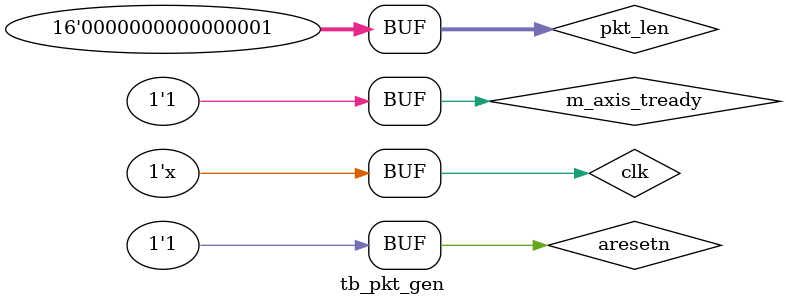
<source format=v>
`timescale 1ns / 1ps

module tb_pkt_gen #(
        parameter C_S_AXIS_DATA_WIDTH = 256,
        parameter C_S_AXIS_TUSER_WIDTH = 128
    )();

    localparam CYCLE = 4;

    reg								clk;
    reg								aresetn;
    reg								start;
    reg [15:0]						pkt_len;

    reg [C_S_AXIS_DATA_WIDTH-1:0]		s_axis_tdata;
    reg [((C_S_AXIS_DATA_WIDTH/8))-1:0]	s_axis_tkeep;
    reg [C_S_AXIS_TUSER_WIDTH-1:0]		s_axis_tuser;
    reg									s_axis_tvalid;
    wire								s_axis_tready;
    reg									s_axis_tlast;

    wire [C_S_AXIS_DATA_WIDTH-1:0]		    m_axis_tdata;
    wire [((C_S_AXIS_DATA_WIDTH/8))-1:0]    m_axis_tkeep;
    wire [C_S_AXIS_TUSER_WIDTH-1:0]		    m_axis_tuser;
    wire								    m_axis_tvalid;
    reg										m_axis_tready;
    wire									m_axis_tlast;


    always begin
        #(CYCLE/2) clk = ~clk;
    end

    initial begin
        clk = 0;
        aresetn = 1;
        start = 0;
        pkt_len = 1;
        m_axis_tready = 1;

        #100;
        aresetn = 0; // reset all the values
        #100;
        aresetn = 1;
        start = 1;
    end

    rmt_wrapper #(
                    .C_S_AXI_DATA_WIDTH(),
                    .C_S_AXI_ADDR_WIDTH(),
                    .C_BASEADDR(),
                    .C_S_AXIS_DATA_WIDTH(C_S_AXIS_DATA_WIDTH),
                    .C_S_AXIS_TUSER_WIDTH(),
                    .C_M_AXIS_DATA_WIDTH(C_S_AXIS_DATA_WIDTH),
                    .PHV_ADDR_WIDTH()
                )rmt_wrapper_ins
                (
                    .clk(clk),		// axis clk
                    .aresetn(aresetn),

                    // input Slave AXI Stream
                    .s_axis_tdata(s_axis_tdata),
                    .s_axis_tkeep(s_axis_tkeep),
                    .s_axis_tuser(s_axis_tuser),
                    .s_axis_tvalid(s_axis_tvalid),
                    .s_axis_tready(s_axis_tready),
                    .s_axis_tlast(s_axis_tlast),

                    // output Master AXI Stream
                    .m_axis_tdata(m_axis_tdata),
                    .m_axis_tkeep(m_axis_tkeep),
                    .m_axis_tuser(m_axis_tuser),
                    .m_axis_tvalid(m_axis_tvalid),
                    .m_axis_tready(1'b1),
                    .m_axis_tlast(m_axis_tlast)

                );


    reg [63:0] counter;
    reg [63:0] c_counter, c_counter_next;
    reg [63:0] cycle_counter;
    reg [63:0] byte_counter;
    reg [63:0] snd_counter, snd_counter_next;
    reg [63:0] rcv_counter;

    localparam	PKT_0=0,
               PKT_1=1;

    reg [C_S_AXIS_DATA_WIDTH-1:0]		tdata;
    reg [((C_S_AXIS_DATA_WIDTH/8))-1:0]	tkeep;
    reg [C_S_AXIS_TUSER_WIDTH-1:0]		tuser;
    reg									tvalid;
    reg									tlast;

    reg [2:0] state, state_next;


    always @(*) begin
        state_next = state;
        c_counter_next = c_counter;

        tdata = 0;
        tkeep = 0;
        tuser = 0;
        tlast = 0;
        tvalid = 0;

        snd_counter_next = snd_counter;

        case (state)
            PKT_0: begin
                if (start && s_axis_tready) begin
                    tdata = 256'h6f6fd79b1140000001002e000045000802000081a401bdfefd3c050000000000;
                    tkeep = {32{1'b1}};
                    tuser = 0;
                    tlast = 0;
                    tvalid = 1;

                    state_next = PKT_1;
                    c_counter_next = 1;
                end
            end
            PKT_1: begin
                if (start && s_axis_tready) begin
                    if (pkt_len > c_counter) begin
                        tdata = c_counter + counter;
                        tkeep = {32{1'b1}};
                        tuser = 0;
                        tlast = 0;
                        tvalid = 1;

                        c_counter_next = c_counter+1;
                    end
                    else begin
                        tdata = c_counter + counter;
                        tkeep = {32{1'b1}};
                        tuser = 0;
                        tlast = 1;
                        tvalid = 1;
                        state_next = PKT_0;
                        c_counter_next = 0;

                        snd_counter_next = snd_counter+1;
                    end
                end
            end
        endcase
    end

    always @(posedge clk) begin
        if (~aresetn) begin
            counter <= 1;
            c_counter <= 0;
            cycle_counter <= 0;

            state <= PKT_0;

            snd_counter <= 0;
            //
            s_axis_tdata <= 0;
            s_axis_tkeep <= 0;
            s_axis_tuser <= 0;
            s_axis_tlast <= 0;
            s_axis_tvalid <= 0;
        end
        else begin
            state <= state_next;
            c_counter <= c_counter_next;
            if (start) begin
                cycle_counter <= cycle_counter+1;
            end
            snd_counter <= snd_counter_next;
            //
            s_axis_tdata <= tdata;
            s_axis_tkeep <= tkeep;
            s_axis_tuser <= tuser;
            s_axis_tlast <= tlast;
            s_axis_tvalid <= tvalid;
        end
    end

    // check
    reg [63:
         0] check_seq_counter;
    reg [63:
         0] check_counter;
    reg [2:
         0] pk_start;
    always@(posedge clk) begin
        if(~aresetn) begin
            check_counter <= 0;
            check_seq_counter <= 1;
            pk_start <= 1;
            byte_counter <= 0;

            rcv_counter <= 0;
        end
        if(m_axis_tvalid) begin
            check_counter <= check_counter +1;
            byte_counter <= byte_counter + 256/8;
            if (m_axis_tlast) begin
                rcv_counter <= rcv_counter+1;
            end
            if(pk_start == 1) begin
                pk_start <= 2;
            end
            else if (pk_start == 2) begin
                check_seq_counter = m_axis_tdata - check_counter;
                pk_start <= 0;
            end
            else if(!m_axis_tlast) begin
                if(m_axis_tkeep != {32{1'b1}}) begin
                    $display("ERROR in compare %x with %x", m_axis_tdata, check_counter + check_seq_counter);
                end
            end
            else if(m_axis_tlast) begin
                if(m_axis_tkeep != {32{1'b1}}) begin
                    $display("ERROR in compare %x with %x", m_axis_tdata, check_counter + check_seq_counter);
                end
                $display("DEBUG, received: %d", m_axis_tdata);
                // if (m_axis_tdata != 2) begin
                // 	$display("error, received: %d", m_axis_tdata);
                // 	$finish;
                // end
                pk_start <= 1;
                check_counter <= 0;
                check_seq_counter <= check_seq_counter + 1;

            end
        end
    end

    always @(*) begin
        if (byte_counter >= 16000 * 70 || counter > 10000) begin
            // aresetn = 0;
            start = 0;

            // $finish;
        end
    end

endmodule

</source>
